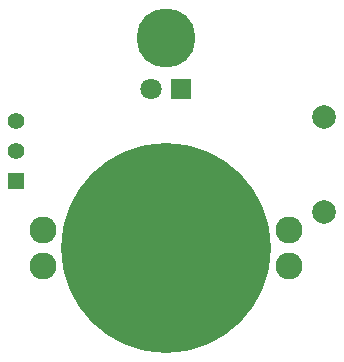
<source format=gbs>
G04 #@! TF.FileFunction,Soldermask,Bot*
%FSLAX46Y46*%
G04 Gerber Fmt 4.6, Leading zero omitted, Abs format (unit mm)*
G04 Created by KiCad (PCBNEW 4.0.7) date 09/22/19 21:58:39*
%MOMM*%
%LPD*%
G01*
G04 APERTURE LIST*
%ADD10C,0.100000*%
%ADD11C,1.998980*%
%ADD12C,5.000000*%
%ADD13C,2.286000*%
%ADD14C,17.780000*%
%ADD15R,1.800000X1.800000*%
%ADD16C,1.800000*%
%ADD17R,1.397000X1.397000*%
%ADD18C,1.397000*%
G04 APERTURE END LIST*
D10*
D11*
X188595000Y-81598000D03*
X188595000Y-89598000D03*
D12*
X175260000Y-74930000D03*
D13*
X185674000Y-94234000D03*
X164846000Y-94234000D03*
X185674000Y-91186000D03*
X164846000Y-91186000D03*
D14*
X175260000Y-92710000D03*
D15*
X176530000Y-79248000D03*
D16*
X173990000Y-79248000D03*
D17*
X162560000Y-86995000D03*
D18*
X162560000Y-84455000D03*
X162560000Y-81915000D03*
M02*

</source>
